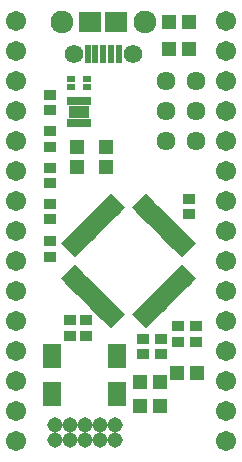
<source format=gts>
G75*
%MOIN*%
%OFA0B0*%
%FSLAX25Y25*%
%IPPOS*%
%LPD*%
%AMOC8*
5,1,8,0,0,1.08239X$1,22.5*
%
%ADD10R,0.01981X0.06706*%
%ADD11R,0.06706X0.01981*%
%ADD12R,0.05131X0.04737*%
%ADD13R,0.05918X0.08280*%
%ADD14R,0.04343X0.03556*%
%ADD15R,0.02375X0.06115*%
%ADD16C,0.06146*%
%ADD17R,0.07690X0.06902*%
%ADD18C,0.07591*%
%ADD19C,0.05162*%
%ADD20C,0.06343*%
%ADD21C,0.06737*%
%ADD22R,0.01902X0.02769*%
%ADD23R,0.07099X0.04343*%
%ADD24R,0.04737X0.05131*%
%ADD25R,0.02965X0.01981*%
D10*
G36*
X0031183Y0072906D02*
X0029783Y0071506D01*
X0025043Y0076246D01*
X0026443Y0077646D01*
X0031183Y0072906D01*
G37*
G36*
X0032575Y0074298D02*
X0031175Y0072898D01*
X0026435Y0077638D01*
X0027835Y0079038D01*
X0032575Y0074298D01*
G37*
G36*
X0033967Y0075690D02*
X0032567Y0074290D01*
X0027827Y0079030D01*
X0029227Y0080430D01*
X0033967Y0075690D01*
G37*
G36*
X0035359Y0077082D02*
X0033959Y0075682D01*
X0029219Y0080422D01*
X0030619Y0081822D01*
X0035359Y0077082D01*
G37*
G36*
X0036751Y0078474D02*
X0035351Y0077074D01*
X0030611Y0081814D01*
X0032011Y0083214D01*
X0036751Y0078474D01*
G37*
G36*
X0038143Y0079866D02*
X0036743Y0078466D01*
X0032003Y0083206D01*
X0033403Y0084606D01*
X0038143Y0079866D01*
G37*
G36*
X0039534Y0081257D02*
X0038134Y0079857D01*
X0033394Y0084597D01*
X0034794Y0085997D01*
X0039534Y0081257D01*
G37*
G36*
X0040926Y0082649D02*
X0039526Y0081249D01*
X0034786Y0085989D01*
X0036186Y0087389D01*
X0040926Y0082649D01*
G37*
G36*
X0042318Y0084041D02*
X0040918Y0082641D01*
X0036178Y0087381D01*
X0037578Y0088781D01*
X0042318Y0084041D01*
G37*
G36*
X0043710Y0085433D02*
X0042310Y0084033D01*
X0037570Y0088773D01*
X0038970Y0090173D01*
X0043710Y0085433D01*
G37*
G36*
X0045102Y0086825D02*
X0043702Y0085425D01*
X0038962Y0090165D01*
X0040362Y0091565D01*
X0045102Y0086825D01*
G37*
G36*
X0046494Y0088217D02*
X0045094Y0086817D01*
X0040354Y0091557D01*
X0041754Y0092957D01*
X0046494Y0088217D01*
G37*
G36*
X0064589Y0058986D02*
X0063189Y0057586D01*
X0058449Y0062326D01*
X0059849Y0063726D01*
X0064589Y0058986D01*
G37*
G36*
X0065981Y0060378D02*
X0064581Y0058978D01*
X0059841Y0063718D01*
X0061241Y0065118D01*
X0065981Y0060378D01*
G37*
G36*
X0067373Y0061770D02*
X0065973Y0060370D01*
X0061233Y0065110D01*
X0062633Y0066510D01*
X0067373Y0061770D01*
G37*
G36*
X0068765Y0063162D02*
X0067365Y0061762D01*
X0062625Y0066502D01*
X0064025Y0067902D01*
X0068765Y0063162D01*
G37*
G36*
X0070157Y0064554D02*
X0068757Y0063154D01*
X0064017Y0067894D01*
X0065417Y0069294D01*
X0070157Y0064554D01*
G37*
G36*
X0063197Y0057594D02*
X0061797Y0056194D01*
X0057057Y0060934D01*
X0058457Y0062334D01*
X0063197Y0057594D01*
G37*
G36*
X0061806Y0056203D02*
X0060406Y0054803D01*
X0055666Y0059543D01*
X0057066Y0060943D01*
X0061806Y0056203D01*
G37*
G36*
X0060414Y0054811D02*
X0059014Y0053411D01*
X0054274Y0058151D01*
X0055674Y0059551D01*
X0060414Y0054811D01*
G37*
G36*
X0059022Y0053419D02*
X0057622Y0052019D01*
X0052882Y0056759D01*
X0054282Y0058159D01*
X0059022Y0053419D01*
G37*
G36*
X0057630Y0052027D02*
X0056230Y0050627D01*
X0051490Y0055367D01*
X0052890Y0056767D01*
X0057630Y0052027D01*
G37*
G36*
X0056238Y0050635D02*
X0054838Y0049235D01*
X0050098Y0053975D01*
X0051498Y0055375D01*
X0056238Y0050635D01*
G37*
G36*
X0054846Y0049243D02*
X0053446Y0047843D01*
X0048706Y0052583D01*
X0050106Y0053983D01*
X0054846Y0049243D01*
G37*
D11*
G36*
X0046494Y0052583D02*
X0041754Y0047843D01*
X0040354Y0049243D01*
X0045094Y0053983D01*
X0046494Y0052583D01*
G37*
G36*
X0045102Y0053975D02*
X0040362Y0049235D01*
X0038962Y0050635D01*
X0043702Y0055375D01*
X0045102Y0053975D01*
G37*
G36*
X0043710Y0055367D02*
X0038970Y0050627D01*
X0037570Y0052027D01*
X0042310Y0056767D01*
X0043710Y0055367D01*
G37*
G36*
X0042318Y0056759D02*
X0037578Y0052019D01*
X0036178Y0053419D01*
X0040918Y0058159D01*
X0042318Y0056759D01*
G37*
G36*
X0040926Y0058151D02*
X0036186Y0053411D01*
X0034786Y0054811D01*
X0039526Y0059551D01*
X0040926Y0058151D01*
G37*
G36*
X0039534Y0059543D02*
X0034794Y0054803D01*
X0033394Y0056203D01*
X0038134Y0060943D01*
X0039534Y0059543D01*
G37*
G36*
X0038143Y0060934D02*
X0033403Y0056194D01*
X0032003Y0057594D01*
X0036743Y0062334D01*
X0038143Y0060934D01*
G37*
G36*
X0036751Y0062326D02*
X0032011Y0057586D01*
X0030611Y0058986D01*
X0035351Y0063726D01*
X0036751Y0062326D01*
G37*
G36*
X0035359Y0063718D02*
X0030619Y0058978D01*
X0029219Y0060378D01*
X0033959Y0065118D01*
X0035359Y0063718D01*
G37*
G36*
X0033967Y0065110D02*
X0029227Y0060370D01*
X0027827Y0061770D01*
X0032567Y0066510D01*
X0033967Y0065110D01*
G37*
G36*
X0032575Y0066502D02*
X0027835Y0061762D01*
X0026435Y0063162D01*
X0031175Y0067902D01*
X0032575Y0066502D01*
G37*
G36*
X0031183Y0067894D02*
X0026443Y0063154D01*
X0025043Y0064554D01*
X0029783Y0069294D01*
X0031183Y0067894D01*
G37*
G36*
X0054846Y0091557D02*
X0050106Y0086817D01*
X0048706Y0088217D01*
X0053446Y0092957D01*
X0054846Y0091557D01*
G37*
G36*
X0056238Y0090165D02*
X0051498Y0085425D01*
X0050098Y0086825D01*
X0054838Y0091565D01*
X0056238Y0090165D01*
G37*
G36*
X0057630Y0088773D02*
X0052890Y0084033D01*
X0051490Y0085433D01*
X0056230Y0090173D01*
X0057630Y0088773D01*
G37*
G36*
X0059022Y0087381D02*
X0054282Y0082641D01*
X0052882Y0084041D01*
X0057622Y0088781D01*
X0059022Y0087381D01*
G37*
G36*
X0060414Y0085989D02*
X0055674Y0081249D01*
X0054274Y0082649D01*
X0059014Y0087389D01*
X0060414Y0085989D01*
G37*
G36*
X0061806Y0084597D02*
X0057066Y0079857D01*
X0055666Y0081257D01*
X0060406Y0085997D01*
X0061806Y0084597D01*
G37*
G36*
X0063197Y0083206D02*
X0058457Y0078466D01*
X0057057Y0079866D01*
X0061797Y0084606D01*
X0063197Y0083206D01*
G37*
G36*
X0064589Y0081814D02*
X0059849Y0077074D01*
X0058449Y0078474D01*
X0063189Y0083214D01*
X0064589Y0081814D01*
G37*
G36*
X0065981Y0080422D02*
X0061241Y0075682D01*
X0059841Y0077082D01*
X0064581Y0081822D01*
X0065981Y0080422D01*
G37*
G36*
X0067373Y0079030D02*
X0062633Y0074290D01*
X0061233Y0075690D01*
X0065973Y0080430D01*
X0067373Y0079030D01*
G37*
G36*
X0068765Y0077638D02*
X0064025Y0072898D01*
X0062625Y0074298D01*
X0067365Y0079038D01*
X0068765Y0077638D01*
G37*
G36*
X0070157Y0076246D02*
X0065417Y0071506D01*
X0064017Y0072906D01*
X0068757Y0077646D01*
X0070157Y0076246D01*
G37*
D12*
X0070346Y0033100D03*
X0063654Y0033100D03*
X0058046Y0030000D03*
X0058046Y0021900D03*
X0051354Y0021900D03*
X0051354Y0030000D03*
X0061254Y0141000D03*
X0061254Y0150000D03*
X0067946Y0150000D03*
X0067946Y0141000D03*
D13*
X0043827Y0038599D03*
X0043827Y0026001D03*
X0022173Y0026001D03*
X0022173Y0038599D03*
D14*
X0028000Y0045441D03*
X0028000Y0050559D03*
X0033400Y0050559D03*
X0033400Y0045441D03*
X0021500Y0071841D03*
X0021500Y0076959D03*
X0021500Y0084241D03*
X0021500Y0089359D03*
X0021500Y0096341D03*
X0021500Y0101459D03*
X0021500Y0108441D03*
X0021500Y0113559D03*
X0021500Y0120741D03*
X0021500Y0125859D03*
X0064200Y0048559D03*
X0064200Y0043441D03*
X0058400Y0044359D03*
X0058400Y0039241D03*
X0052600Y0039241D03*
X0052600Y0044359D03*
X0070000Y0043441D03*
X0070000Y0048559D03*
X0067800Y0085941D03*
X0067800Y0091059D03*
D15*
X0044318Y0139370D03*
X0041759Y0139370D03*
X0039200Y0139370D03*
X0036641Y0139370D03*
X0034082Y0139370D03*
D16*
X0029357Y0139370D03*
X0049043Y0139370D03*
D17*
X0043629Y0150000D03*
X0034771Y0150000D03*
D18*
X0025420Y0150000D03*
X0052980Y0150000D03*
D19*
X0043200Y0015700D03*
X0043200Y0010700D03*
X0038200Y0010700D03*
X0038200Y0015700D03*
X0033200Y0015700D03*
X0033200Y0010700D03*
X0028200Y0010700D03*
X0028200Y0015700D03*
X0023200Y0015700D03*
X0023200Y0010700D03*
D20*
X0060100Y0110400D03*
X0060100Y0120400D03*
X0060100Y0130400D03*
X0070100Y0130400D03*
X0070100Y0120400D03*
X0070100Y0110400D03*
D21*
X0010100Y0010400D03*
X0010100Y0020400D03*
X0010100Y0030400D03*
X0010100Y0040400D03*
X0010100Y0050400D03*
X0010100Y0060400D03*
X0010100Y0070400D03*
X0010100Y0080400D03*
X0010100Y0090400D03*
X0010100Y0100400D03*
X0010100Y0110400D03*
X0010100Y0120400D03*
X0010100Y0130400D03*
X0010100Y0140400D03*
X0010100Y0150400D03*
X0080100Y0150400D03*
X0080100Y0140400D03*
X0080100Y0130400D03*
X0080100Y0120400D03*
X0080100Y0110400D03*
X0080100Y0100400D03*
X0080100Y0090400D03*
X0080100Y0080400D03*
X0080100Y0070400D03*
X0080100Y0060400D03*
X0080100Y0050400D03*
X0080100Y0040400D03*
X0080100Y0030400D03*
X0080100Y0020400D03*
X0080100Y0010400D03*
D22*
X0034200Y0116320D03*
X0032231Y0116320D03*
X0030263Y0116320D03*
X0028294Y0116320D03*
X0028294Y0123800D03*
X0030263Y0123800D03*
X0032231Y0123800D03*
X0034200Y0123800D03*
D23*
X0031247Y0120060D03*
D24*
X0030500Y0108346D03*
X0030500Y0101654D03*
X0040300Y0101654D03*
X0040300Y0108346D03*
D25*
X0033800Y0128441D03*
X0033800Y0131000D03*
X0028500Y0131000D03*
X0028500Y0128441D03*
M02*

</source>
